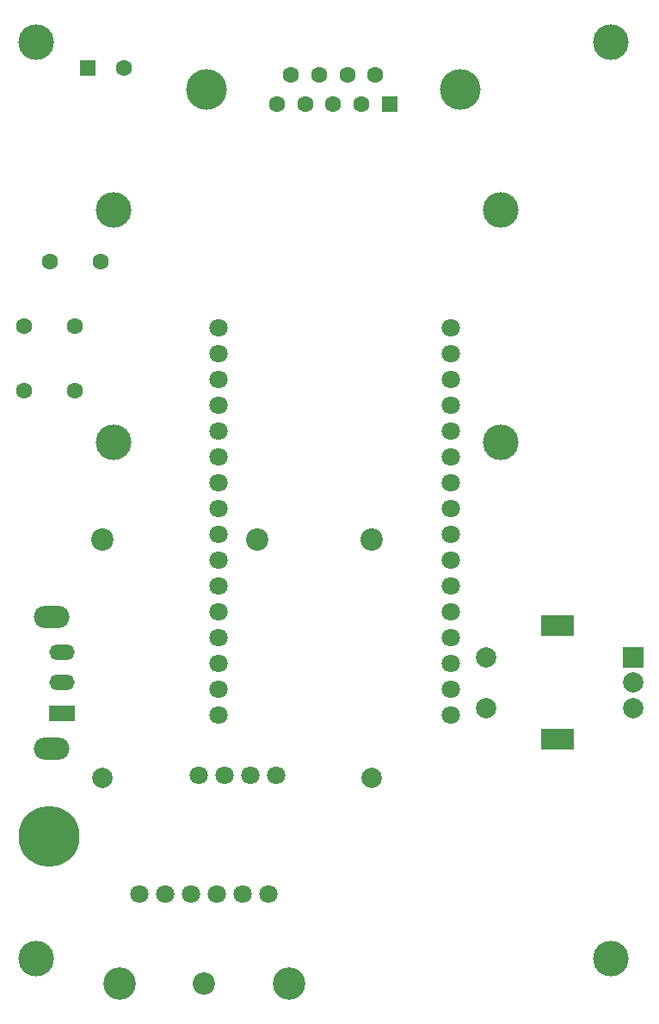
<source format=gbr>
%TF.GenerationSoftware,KiCad,Pcbnew,9.0.5*%
%TF.CreationDate,2025-10-04T12:42:16+02:00*%
%TF.ProjectId,elastick_adapter,656c6173-7469-4636-9b5f-616461707465,rev?*%
%TF.SameCoordinates,Original*%
%TF.FileFunction,Soldermask,Top*%
%TF.FilePolarity,Negative*%
%FSLAX46Y46*%
G04 Gerber Fmt 4.6, Leading zero omitted, Abs format (unit mm)*
G04 Created by KiCad (PCBNEW 9.0.5) date 2025-10-04 12:42:16*
%MOMM*%
%LPD*%
G01*
G04 APERTURE LIST*
G04 Aperture macros list*
%AMRoundRect*
0 Rectangle with rounded corners*
0 $1 Rounding radius*
0 $2 $3 $4 $5 $6 $7 $8 $9 X,Y pos of 4 corners*
0 Add a 4 corners polygon primitive as box body*
4,1,4,$2,$3,$4,$5,$6,$7,$8,$9,$2,$3,0*
0 Add four circle primitives for the rounded corners*
1,1,$1+$1,$2,$3*
1,1,$1+$1,$4,$5*
1,1,$1+$1,$6,$7*
1,1,$1+$1,$8,$9*
0 Add four rect primitives between the rounded corners*
20,1,$1+$1,$2,$3,$4,$5,0*
20,1,$1+$1,$4,$5,$6,$7,0*
20,1,$1+$1,$6,$7,$8,$9,0*
20,1,$1+$1,$8,$9,$2,$3,0*%
G04 Aperture macros list end*
%ADD10C,3.200000*%
%ADD11C,2.200000*%
%ADD12C,1.800000*%
%ADD13C,3.500000*%
%ADD14C,1.600000*%
%ADD15C,6.000000*%
%ADD16C,4.000000*%
%ADD17R,1.600000X1.600000*%
%ADD18RoundRect,0.250000X-0.550000X-0.550000X0.550000X-0.550000X0.550000X0.550000X-0.550000X0.550000X0*%
%ADD19C,2.000000*%
%ADD20R,2.000000X2.000000*%
%ADD21R,3.200000X2.000000*%
%ADD22O,3.500000X2.200000*%
%ADD23R,2.500000X1.500000*%
%ADD24O,2.500000X1.500000*%
G04 APERTURE END LIST*
D10*
%TO.C,J2*%
X117380000Y-158640000D03*
D11*
X125730000Y-158640000D03*
D10*
X134080000Y-158640000D03*
D12*
X119380000Y-149840000D03*
X121920000Y-149840000D03*
X124460000Y-149840000D03*
X127000000Y-149840000D03*
X129540000Y-149840000D03*
X132080000Y-149840000D03*
%TD*%
D13*
%TO.C,REF\u002A\u002A*%
X165735000Y-156210000D03*
%TD*%
%TO.C,REF\u002A\u002A*%
X165735000Y-66040000D03*
%TD*%
D14*
%TO.C,C4*%
X107990000Y-100330000D03*
X112990000Y-100330000D03*
%TD*%
%TO.C,C3*%
X107990000Y-93980000D03*
X112990000Y-93980000D03*
%TD*%
D15*
%TO.C,BAT_CABLE*%
X110490000Y-144145000D03*
%TD*%
D13*
%TO.C,REF\u002A\u002A*%
X154940000Y-105410000D03*
%TD*%
%TO.C,REF\u002A\u002A*%
X116840000Y-82550000D03*
%TD*%
%TO.C,REF\u002A\u002A*%
X109220000Y-66040000D03*
%TD*%
%TO.C,REF\u002A\u002A*%
X109220000Y-156210000D03*
%TD*%
D16*
%TO.C,J1*%
X150930000Y-70675331D03*
X125930000Y-70675331D03*
D17*
X143970000Y-72095331D03*
D14*
X141200000Y-72095331D03*
X138430000Y-72095331D03*
X135660000Y-72095331D03*
X132890000Y-72095331D03*
X142585000Y-69255331D03*
X139815000Y-69255331D03*
X137045000Y-69255331D03*
X134275000Y-69255331D03*
%TD*%
D13*
%TO.C,REF\u002A\u002A*%
X154940000Y-82550000D03*
%TD*%
%TO.C,REF\u002A\u002A*%
X116840000Y-105410000D03*
%TD*%
D12*
%TO.C,U1*%
X127125000Y-94135662D03*
X127125000Y-96675662D03*
X127125000Y-99215662D03*
X127125000Y-101755662D03*
X127125000Y-104295662D03*
X127125000Y-106835662D03*
X127125000Y-109375662D03*
X127125000Y-111915662D03*
X127125000Y-114455662D03*
X127125000Y-116995662D03*
X127125000Y-119535662D03*
X127125000Y-122075662D03*
X127125000Y-124615662D03*
X127125000Y-127155662D03*
X127125000Y-129695662D03*
X127125000Y-132235662D03*
X149985000Y-94135662D03*
X149985000Y-96675662D03*
X149985000Y-99215662D03*
X149985000Y-101755662D03*
X149985000Y-104295662D03*
X149985000Y-106835662D03*
X149985000Y-109375662D03*
X149985000Y-111915662D03*
X149985000Y-114455662D03*
X149985000Y-116995662D03*
X149985000Y-119535662D03*
X149985000Y-122075662D03*
X149985000Y-124615662D03*
X149985000Y-127155662D03*
X149985000Y-129695662D03*
X149985000Y-132235662D03*
%TD*%
D18*
%TO.C,C1*%
X114300000Y-68580000D03*
D14*
X117800000Y-68580000D03*
%TD*%
%TO.C,C2*%
X115530000Y-87630000D03*
X110530000Y-87630000D03*
%TD*%
D11*
%TO.C,DS1*%
X115740000Y-114930000D03*
D19*
X115740000Y-138430000D03*
D11*
X130990000Y-114930000D03*
X142240000Y-114930000D03*
D19*
X142240000Y-138430000D03*
D12*
X125180000Y-138180000D03*
X127720000Y-138180000D03*
X130260000Y-138180000D03*
X132800000Y-138180000D03*
%TD*%
D20*
%TO.C,SW2*%
X168000000Y-126550000D03*
D19*
X168000000Y-131550000D03*
X168000000Y-129050000D03*
D21*
X160500000Y-134650000D03*
X160500000Y-123450000D03*
D19*
X153500000Y-131550000D03*
X153500000Y-126550000D03*
%TD*%
D22*
%TO.C,SW1*%
X110760000Y-135550000D03*
X110760000Y-122550000D03*
D23*
X111760000Y-132050000D03*
D24*
X111760000Y-129050000D03*
X111760000Y-126050000D03*
%TD*%
M02*

</source>
